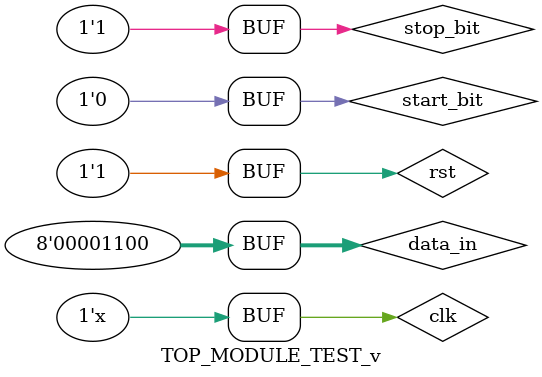
<source format=v>
`timescale 1ns / 1ps


module TOP_MODULE_TEST_v;

	// Inputs
	reg [7:0] data_in;
	reg clk;
	reg rst;
	reg start_bit;
	reg stop_bit;

	// Outputs
	wire [7:0] data_out;

	// Instantiate the Unit Under Test (UUT)
	TOP_MODULE uut (
		.data_in(data_in), 
		.clk(clk), 
		.rst(rst), 
		.data_out(data_out), 
		.start_bit(start_bit), 
		.stop_bit(stop_bit)
	);

	initial begin
		// Initialize Inputs
		data_in =8'd12;
		clk = 0;
		rst = 1;
		start_bit = 0;
		stop_bit = 1;
		
		

	end
      always #5 clk=~clk;
endmodule


</source>
